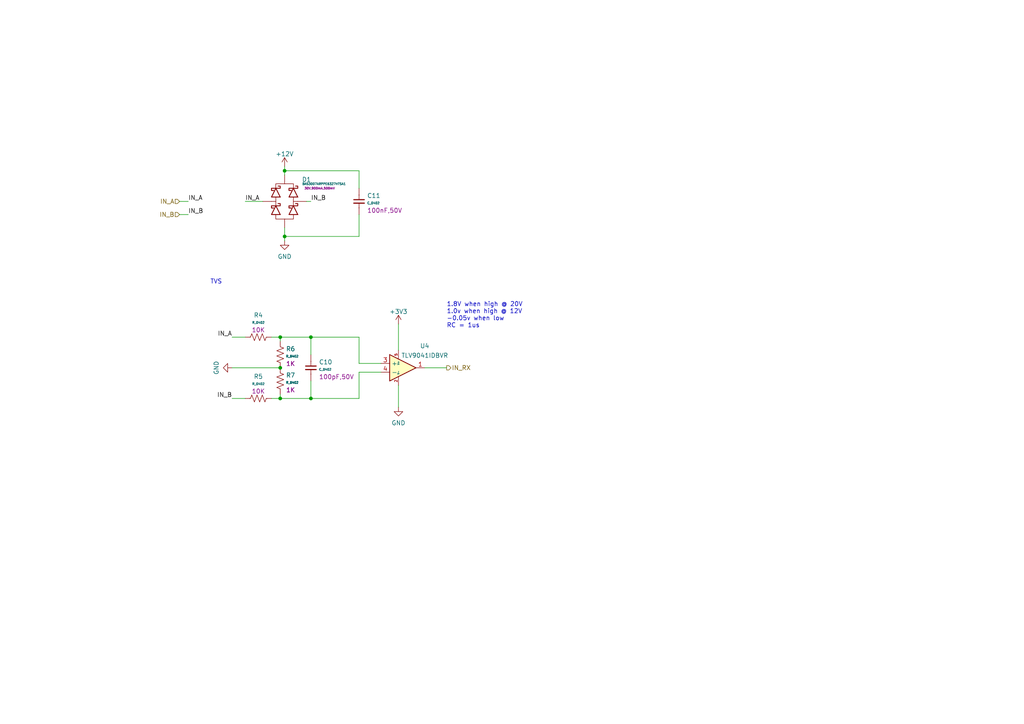
<source format=kicad_sch>
(kicad_sch (version 20211123) (generator eeschema)

  (uuid a39e800c-cb99-41d4-9ab5-bc6508a27fbf)

  (paper "A4")

  (lib_symbols
    (symbol "C_Capacitor:C_0402" (pin_numbers hide) (pin_names (offset 1.016)) (in_bom yes) (on_board yes)
      (property "Reference" "C" (id 0) (at 2.54 1.905 0)
        (effects (font (size 1.27 1.27)))
      )
      (property "Value" "C_0402" (id 1) (at 3.81 -1.905 0)
        (effects (font (size 0.635 0.635)))
      )
      (property "Footprint" "C_Capacitor:C_0402" (id 2) (at -3.175 0 90)
        (effects (font (size 1.27 1.27)) hide)
      )
      (property "Datasheet" "" (id 3) (at 2.54 1.905 0)
        (effects (font (size 1.27 1.27)) hide)
      )
      (property "Capacitance" "?nF,?V" (id 4) (at 5.715 0 0)
        (effects (font (size 1.27 1.27)))
      )
      (symbol "C_0402_1_1"
        (polyline
          (pts
            (xy -1.524 -0.508)
            (xy 1.524 -0.508)
          )
          (stroke (width 0.3302) (type default) (color 0 0 0 0))
          (fill (type none))
        )
        (polyline
          (pts
            (xy -1.524 0.508)
            (xy 1.524 0.508)
          )
          (stroke (width 0.3048) (type default) (color 0 0 0 0))
          (fill (type none))
        )
        (polyline
          (pts
            (xy 0 -1.905)
            (xy 0 -0.635)
          )
          (stroke (width 0) (type default) (color 0 0 0 0))
          (fill (type none))
        )
        (polyline
          (pts
            (xy 0 0.635)
            (xy 0 1.905)
          )
          (stroke (width 0) (type default) (color 0 0 0 0))
          (fill (type none))
        )
        (pin passive line (at 0 3.81 270) (length 2.032)
          (name "~" (effects (font (size 1.27 1.27))))
          (number "1" (effects (font (size 1.27 1.27))))
        )
        (pin passive line (at 0 -3.81 90) (length 2.032)
          (name "~" (effects (font (size 1.27 1.27))))
          (number "2" (effects (font (size 1.27 1.27))))
        )
      )
    )
    (symbol "D_Diode:BAS3007ARPPE6327HTSA1" (pin_numbers hide) (pin_names (offset 1.016) hide) (in_bom yes) (on_board yes)
      (property "Reference" "D" (id 0) (at 5.715 4.445 0)
        (effects (font (size 1.27 1.27)))
      )
      (property "Value" "BAS3007ARPPE6327HTSA1" (id 1) (at 10.795 -1.905 0)
        (effects (font (size 0.635 0.635)))
      )
      (property "Footprint" "U_IC:SOT23_4" (id 2) (at 10.795 -5.08 0)
        (effects (font (size 1.27 1.27)) hide)
      )
      (property "Datasheet" "" (id 3) (at 5.08 3.81 90)
        (effects (font (size 1.27 1.27)) hide)
      )
      (property "Params" "30V,900mA,500mV" (id 4) (at 8.89 -3.175 0)
        (effects (font (size 0.635 0.635)))
      )
      (property "ki_keywords" "DIODE BRIDGE RECT SCHOTTKY" (id 5) (at 0 0 0)
        (effects (font (size 1.27 1.27)) hide)
      )
      (property "ki_description" "BRIDGE RECT 1P 30V 900mA SOT143-4" (id 6) (at 0 0 0)
        (effects (font (size 1.27 1.27)) hide)
      )
      (symbol "BAS3007ARPPE6327HTSA1_0_1"
        (polyline
          (pts
            (xy -3.81 0)
            (xy -2.54 0)
          )
          (stroke (width 0.1524) (type default) (color 0 0 0 0))
          (fill (type none))
        )
        (polyline
          (pts
            (xy -2.54 1.27)
            (xy -2.54 -1.27)
          )
          (stroke (width 0.1524) (type default) (color 0 0 0 0))
          (fill (type none))
        )
        (polyline
          (pts
            (xy 2.54 0)
            (xy 3.81 0)
          )
          (stroke (width 0.1524) (type default) (color 0 0 0 0))
          (fill (type none))
        )
        (polyline
          (pts
            (xy 2.54 1.27)
            (xy 2.54 -1.27)
          )
          (stroke (width 0.1524) (type default) (color 0 0 0 0))
          (fill (type none))
        )
        (polyline
          (pts
            (xy -2.56 3.84)
            (xy -2.56 5.12)
            (xy 2.56 5.12)
            (xy 2.56 3.84)
          )
          (stroke (width 0.1524) (type default) (color 0 0 0 0))
          (fill (type none))
        )
        (polyline
          (pts
            (xy 2.56 -3.84)
            (xy 2.56 -5.12)
            (xy -2.56 -5.12)
            (xy -2.56 -3.84)
          )
          (stroke (width 0.1524) (type default) (color 0 0 0 0))
          (fill (type none))
        )
      )
      (symbol "BAS3007ARPPE6327HTSA1_1_1"
        (polyline
          (pts
            (xy -1.27 -3.81)
            (xy -3.81 -3.81)
            (xy -2.54 -1.27)
            (xy -1.27 -3.81)
          )
          (stroke (width 0.254) (type default) (color 0 0 0 0))
          (fill (type none))
        )
        (polyline
          (pts
            (xy -1.27 1.27)
            (xy -3.81 1.27)
            (xy -2.54 3.81)
            (xy -1.27 1.27)
          )
          (stroke (width 0.254) (type default) (color 0 0 0 0))
          (fill (type none))
        )
        (polyline
          (pts
            (xy 3.81 -3.81)
            (xy 1.27 -3.81)
            (xy 2.54 -1.27)
            (xy 3.81 -3.81)
          )
          (stroke (width 0.254) (type default) (color 0 0 0 0))
          (fill (type none))
        )
        (polyline
          (pts
            (xy 3.81 1.27)
            (xy 1.27 1.27)
            (xy 2.54 3.81)
            (xy 3.81 1.27)
          )
          (stroke (width 0.254) (type default) (color 0 0 0 0))
          (fill (type none))
        )
        (polyline
          (pts
            (xy -1.905 -0.635)
            (xy -1.27 -0.635)
            (xy -1.27 -1.27)
            (xy -3.81 -1.27)
            (xy -3.81 -1.905)
            (xy -3.175 -1.905)
          )
          (stroke (width 0.254) (type default) (color 0 0 0 0))
          (fill (type none))
        )
        (polyline
          (pts
            (xy -1.905 4.445)
            (xy -1.27 4.445)
            (xy -1.27 3.81)
            (xy -3.81 3.81)
            (xy -3.81 3.175)
            (xy -3.175 3.175)
          )
          (stroke (width 0.254) (type default) (color 0 0 0 0))
          (fill (type none))
        )
        (polyline
          (pts
            (xy 3.175 -0.635)
            (xy 3.81 -0.635)
            (xy 3.81 -1.27)
            (xy 1.27 -1.27)
            (xy 1.27 -1.905)
            (xy 1.905 -1.905)
          )
          (stroke (width 0.254) (type default) (color 0 0 0 0))
          (fill (type none))
        )
        (polyline
          (pts
            (xy 3.175 4.445)
            (xy 3.81 4.445)
            (xy 3.81 3.81)
            (xy 1.27 3.81)
            (xy 1.27 3.175)
            (xy 1.905 3.175)
          )
          (stroke (width 0.254) (type default) (color 0 0 0 0))
          (fill (type none))
        )
        (pin passive line (at 0 -7.62 90) (length 2.54)
          (name "-" (effects (font (size 1.27 1.27))))
          (number "1" (effects (font (size 1.27 1.27))))
        )
        (pin passive line (at -6.35 0 0) (length 2.54)
          (name "~" (effects (font (size 1.27 1.27))))
          (number "2" (effects (font (size 1.27 1.27))))
        )
        (pin passive line (at 6.35 0 180) (length 2.54)
          (name "~" (effects (font (size 1.27 1.27))))
          (number "3" (effects (font (size 1.27 1.27))))
        )
        (pin passive line (at 0 7.62 270) (length 2.54)
          (name "+" (effects (font (size 1.27 1.27))))
          (number "4" (effects (font (size 1.27 1.27))))
        )
      )
    )
    (symbol "R_Resistor:R_0402" (pin_numbers hide) (pin_names (offset 1.016)) (in_bom yes) (on_board yes)
      (property "Reference" "R" (id 0) (at 2.54 1.905 0)
        (effects (font (size 1.27 1.27)))
      )
      (property "Value" "R_0402" (id 1) (at 3.81 -1.905 0)
        (effects (font (size 0.635 0.635)))
      )
      (property "Footprint" "R_Resistor:R_0402" (id 2) (at -2.54 0 90)
        (effects (font (size 1.27 1.27)) hide)
      )
      (property "Datasheet" "" (id 3) (at 5.08 -3.81 0)
        (effects (font (size 1.27 1.27)) hide)
      )
      (property "Resistance" "?K" (id 4) (at 3.175 0 0)
        (effects (font (size 1.27 1.27)))
      )
      (symbol "R_0402_1_1"
        (polyline
          (pts
            (xy 0 -2.286)
            (xy 0 -2.54)
          )
          (stroke (width 0) (type default) (color 0 0 0 0))
          (fill (type none))
        )
        (polyline
          (pts
            (xy 0 2.286)
            (xy 0 2.54)
          )
          (stroke (width 0) (type default) (color 0 0 0 0))
          (fill (type none))
        )
        (polyline
          (pts
            (xy 0 -0.762)
            (xy 1.016 -1.143)
            (xy 0 -1.524)
            (xy -1.016 -1.905)
            (xy 0 -2.286)
          )
          (stroke (width 0) (type default) (color 0 0 0 0))
          (fill (type none))
        )
        (polyline
          (pts
            (xy 0 0.762)
            (xy 1.016 0.381)
            (xy 0 0)
            (xy -1.016 -0.381)
            (xy 0 -0.762)
          )
          (stroke (width 0) (type default) (color 0 0 0 0))
          (fill (type none))
        )
        (polyline
          (pts
            (xy 0 2.286)
            (xy 1.016 1.905)
            (xy 0 1.524)
            (xy -1.016 1.143)
            (xy 0 0.762)
          )
          (stroke (width 0) (type default) (color 0 0 0 0))
          (fill (type none))
        )
        (pin passive line (at 0 3.81 270) (length 1.27)
          (name "~" (effects (font (size 1.27 1.27))))
          (number "1" (effects (font (size 1.27 1.27))))
        )
        (pin passive line (at 0 -3.81 90) (length 1.27)
          (name "~" (effects (font (size 1.27 1.27))))
          (number "2" (effects (font (size 1.27 1.27))))
        )
      )
    )
    (symbol "U_Basic:TLV9041IDBVR" (in_bom yes) (on_board yes)
      (property "Reference" "U" (id 0) (at 5.08 6.35 0)
        (effects (font (size 1.27 1.27)))
      )
      (property "Value" "TLV9041IDBVR" (id 1) (at 11.43 3.81 0)
        (effects (font (size 1.27 1.27)))
      )
      (property "Footprint" "U_IC:SOT23_5" (id 2) (at -1.27 -15.24 0)
        (effects (font (size 1.27 1.27)) hide)
      )
      (property "Datasheet" "https://www.ti.com/lit/ds/symlink/tlv9041.pdf?ts=1642851306310" (id 3) (at 1.27 -17.78 0)
        (effects (font (size 1.27 1.27)) hide)
      )
      (property "ki_keywords" "IC INVERTER 1CH 1-INP SOT23-5" (id 4) (at 0 0 0)
        (effects (font (size 1.27 1.27)) hide)
      )
      (property "ki_description" "IC INVERTER 1CH 1-INP SOT23-5" (id 5) (at 0 0 0)
        (effects (font (size 1.27 1.27)) hide)
      )
      (symbol "TLV9041IDBVR_0_1"
        (polyline
          (pts
            (xy -2.54 3.81)
            (xy -2.54 -3.81)
            (xy 5.08 0)
            (xy -2.54 3.81)
          )
          (stroke (width 0.254) (type default) (color 0 0 0 0))
          (fill (type background))
        )
      )
      (symbol "TLV9041IDBVR_1_1"
        (pin output line (at 7.62 0 180) (length 2.54)
          (name "~" (effects (font (size 1.27 1.27))))
          (number "1" (effects (font (size 1.27 1.27))))
        )
        (pin power_in line (at 0 -5.08 90) (length 2.54)
          (name "V-" (effects (font (size 0.508 0.508))))
          (number "2" (effects (font (size 0.762 0.762))))
        )
        (pin input line (at -5.08 1.27 0) (length 2.54)
          (name "+" (effects (font (size 1.27 1.27))))
          (number "3" (effects (font (size 1.27 1.27))))
        )
        (pin input line (at -5.08 -1.27 0) (length 2.54)
          (name "-" (effects (font (size 1.27 1.27))))
          (number "4" (effects (font (size 1.27 1.27))))
        )
        (pin power_in line (at 0 5.08 270) (length 2.54)
          (name "V+" (effects (font (size 0.508 0.508))))
          (number "5" (effects (font (size 0.762 0.762))))
        )
      )
    )
    (symbol "power:+12V" (power) (pin_names (offset 0)) (in_bom yes) (on_board yes)
      (property "Reference" "#PWR" (id 0) (at 0 -3.81 0)
        (effects (font (size 1.27 1.27)) hide)
      )
      (property "Value" "+12V" (id 1) (at 0 3.556 0)
        (effects (font (size 1.27 1.27)))
      )
      (property "Footprint" "" (id 2) (at 0 0 0)
        (effects (font (size 1.27 1.27)) hide)
      )
      (property "Datasheet" "" (id 3) (at 0 0 0)
        (effects (font (size 1.27 1.27)) hide)
      )
      (property "ki_keywords" "power-flag" (id 4) (at 0 0 0)
        (effects (font (size 1.27 1.27)) hide)
      )
      (property "ki_description" "Power symbol creates a global label with name \"+12V\"" (id 5) (at 0 0 0)
        (effects (font (size 1.27 1.27)) hide)
      )
      (symbol "+12V_0_1"
        (polyline
          (pts
            (xy -0.762 1.27)
            (xy 0 2.54)
          )
          (stroke (width 0) (type default) (color 0 0 0 0))
          (fill (type none))
        )
        (polyline
          (pts
            (xy 0 0)
            (xy 0 2.54)
          )
          (stroke (width 0) (type default) (color 0 0 0 0))
          (fill (type none))
        )
        (polyline
          (pts
            (xy 0 2.54)
            (xy 0.762 1.27)
          )
          (stroke (width 0) (type default) (color 0 0 0 0))
          (fill (type none))
        )
      )
      (symbol "+12V_1_1"
        (pin power_in line (at 0 0 90) (length 0) hide
          (name "+12V" (effects (font (size 1.27 1.27))))
          (number "1" (effects (font (size 1.27 1.27))))
        )
      )
    )
    (symbol "power:+3V3" (power) (pin_names (offset 0)) (in_bom yes) (on_board yes)
      (property "Reference" "#PWR" (id 0) (at 0 -3.81 0)
        (effects (font (size 1.27 1.27)) hide)
      )
      (property "Value" "+3V3" (id 1) (at 0 3.556 0)
        (effects (font (size 1.27 1.27)))
      )
      (property "Footprint" "" (id 2) (at 0 0 0)
        (effects (font (size 1.27 1.27)) hide)
      )
      (property "Datasheet" "" (id 3) (at 0 0 0)
        (effects (font (size 1.27 1.27)) hide)
      )
      (property "ki_keywords" "power-flag" (id 4) (at 0 0 0)
        (effects (font (size 1.27 1.27)) hide)
      )
      (property "ki_description" "Power symbol creates a global label with name \"+3V3\"" (id 5) (at 0 0 0)
        (effects (font (size 1.27 1.27)) hide)
      )
      (symbol "+3V3_0_1"
        (polyline
          (pts
            (xy -0.762 1.27)
            (xy 0 2.54)
          )
          (stroke (width 0) (type default) (color 0 0 0 0))
          (fill (type none))
        )
        (polyline
          (pts
            (xy 0 0)
            (xy 0 2.54)
          )
          (stroke (width 0) (type default) (color 0 0 0 0))
          (fill (type none))
        )
        (polyline
          (pts
            (xy 0 2.54)
            (xy 0.762 1.27)
          )
          (stroke (width 0) (type default) (color 0 0 0 0))
          (fill (type none))
        )
      )
      (symbol "+3V3_1_1"
        (pin power_in line (at 0 0 90) (length 0) hide
          (name "+3V3" (effects (font (size 1.27 1.27))))
          (number "1" (effects (font (size 1.27 1.27))))
        )
      )
    )
    (symbol "power:GND" (power) (pin_names (offset 0)) (in_bom yes) (on_board yes)
      (property "Reference" "#PWR" (id 0) (at 0 -6.35 0)
        (effects (font (size 1.27 1.27)) hide)
      )
      (property "Value" "GND" (id 1) (at 0 -3.81 0)
        (effects (font (size 1.27 1.27)))
      )
      (property "Footprint" "" (id 2) (at 0 0 0)
        (effects (font (size 1.27 1.27)) hide)
      )
      (property "Datasheet" "" (id 3) (at 0 0 0)
        (effects (font (size 1.27 1.27)) hide)
      )
      (property "ki_keywords" "power-flag" (id 4) (at 0 0 0)
        (effects (font (size 1.27 1.27)) hide)
      )
      (property "ki_description" "Power symbol creates a global label with name \"GND\" , ground" (id 5) (at 0 0 0)
        (effects (font (size 1.27 1.27)) hide)
      )
      (symbol "GND_0_1"
        (polyline
          (pts
            (xy 0 0)
            (xy 0 -1.27)
            (xy 1.27 -1.27)
            (xy 0 -2.54)
            (xy -1.27 -1.27)
            (xy 0 -1.27)
          )
          (stroke (width 0) (type default) (color 0 0 0 0))
          (fill (type none))
        )
      )
      (symbol "GND_1_1"
        (pin power_in line (at 0 0 270) (length 0) hide
          (name "GND" (effects (font (size 1.27 1.27))))
          (number "1" (effects (font (size 1.27 1.27))))
        )
      )
    )
  )

  (junction (at 82.55 68.58) (diameter 0) (color 0 0 0 0)
    (uuid 0b22e351-31af-431d-be7f-29cf2ecd700d)
  )
  (junction (at 81.28 106.68) (diameter 0) (color 0 0 0 0)
    (uuid 2096fa08-97db-4124-8b78-57f3d3cf402c)
  )
  (junction (at 81.28 97.79) (diameter 0) (color 0 0 0 0)
    (uuid 40f15a6c-5bc4-45da-bbd0-e4af63c1d391)
  )
  (junction (at 81.28 115.57) (diameter 0) (color 0 0 0 0)
    (uuid 4b46d1ab-5daf-46bb-a1d0-4eb00f66e764)
  )
  (junction (at 82.55 49.53) (diameter 0) (color 0 0 0 0)
    (uuid b255ea7b-b206-43d8-b773-9dcafa0db1cb)
  )
  (junction (at 90.17 115.57) (diameter 0) (color 0 0 0 0)
    (uuid efd22284-a648-4762-9055-7d5ae4c931f4)
  )
  (junction (at 90.17 97.79) (diameter 0) (color 0 0 0 0)
    (uuid fca7f030-389b-4e6c-8268-e812b9afa38e)
  )

  (wire (pts (xy 88.9 58.42) (xy 90.17 58.42))
    (stroke (width 0) (type default) (color 0 0 0 0))
    (uuid 0440a512-44e2-4567-9f58-ac475344d23b)
  )
  (wire (pts (xy 129.54 106.68) (xy 123.19 106.68))
    (stroke (width 0) (type default) (color 0 0 0 0))
    (uuid 09dc39fa-e651-4ed3-bbf8-097236f46885)
  )
  (wire (pts (xy 81.28 97.79) (xy 78.74 97.79))
    (stroke (width 0) (type default) (color 0 0 0 0))
    (uuid 0fef0805-b054-424c-b249-c7d206d7c572)
  )
  (wire (pts (xy 104.14 97.79) (xy 104.14 105.41))
    (stroke (width 0) (type default) (color 0 0 0 0))
    (uuid 14af04ee-8dd6-42e7-9a64-3702dffa37e9)
  )
  (wire (pts (xy 90.17 115.57) (xy 104.14 115.57))
    (stroke (width 0) (type default) (color 0 0 0 0))
    (uuid 186185ef-37af-4929-8f16-95b948ff6b42)
  )
  (wire (pts (xy 104.14 115.57) (xy 104.14 107.95))
    (stroke (width 0) (type default) (color 0 0 0 0))
    (uuid 256c4e73-bcf8-4bde-afa7-47562f5aed17)
  )
  (wire (pts (xy 81.28 115.57) (xy 90.17 115.57))
    (stroke (width 0) (type default) (color 0 0 0 0))
    (uuid 33c288c0-45f8-4759-8ad5-bd9c06f98c8a)
  )
  (wire (pts (xy 82.55 49.53) (xy 82.55 50.8))
    (stroke (width 0) (type default) (color 0 0 0 0))
    (uuid 3d2aaeea-0fc6-47e6-bd07-84860312eef3)
  )
  (wire (pts (xy 67.31 115.57) (xy 71.12 115.57))
    (stroke (width 0) (type default) (color 0 0 0 0))
    (uuid 45625b00-7ed5-499b-873f-0703e3b79ab9)
  )
  (wire (pts (xy 82.55 48.26) (xy 82.55 49.53))
    (stroke (width 0) (type default) (color 0 0 0 0))
    (uuid 4c3acbbf-72d3-4de4-b2fc-d2f4c23c70e2)
  )
  (wire (pts (xy 104.14 105.41) (xy 110.49 105.41))
    (stroke (width 0) (type default) (color 0 0 0 0))
    (uuid 553d567b-1858-45f7-acb5-565e26363ec0)
  )
  (wire (pts (xy 82.55 68.58) (xy 104.14 68.58))
    (stroke (width 0) (type default) (color 0 0 0 0))
    (uuid 5664a1e0-1f98-4513-8595-1898283423fb)
  )
  (wire (pts (xy 52.07 62.23) (xy 54.61 62.23))
    (stroke (width 0) (type default) (color 0 0 0 0))
    (uuid 57a19829-75f6-40d2-860c-519377ee0bf1)
  )
  (wire (pts (xy 67.31 97.79) (xy 71.12 97.79))
    (stroke (width 0) (type default) (color 0 0 0 0))
    (uuid 6709c046-dffc-4212-b64d-c107f3750d52)
  )
  (wire (pts (xy 81.28 99.06) (xy 81.28 97.79))
    (stroke (width 0) (type default) (color 0 0 0 0))
    (uuid 6d944b33-b4a5-427a-8b46-5261b4c2944c)
  )
  (wire (pts (xy 71.12 58.42) (xy 76.2 58.42))
    (stroke (width 0) (type default) (color 0 0 0 0))
    (uuid 73074b77-19ac-419c-b140-b823b1b4fa59)
  )
  (wire (pts (xy 52.07 58.42) (xy 54.61 58.42))
    (stroke (width 0) (type default) (color 0 0 0 0))
    (uuid 7332c803-6035-4c92-a37c-1baa124c0a1f)
  )
  (wire (pts (xy 67.31 106.68) (xy 81.28 106.68))
    (stroke (width 0) (type default) (color 0 0 0 0))
    (uuid 7797e79e-b5fb-4805-a2d7-b37eb9431eb8)
  )
  (wire (pts (xy 81.28 115.57) (xy 81.28 114.3))
    (stroke (width 0) (type default) (color 0 0 0 0))
    (uuid 8704a366-220a-4890-a014-f208f5e3d575)
  )
  (wire (pts (xy 78.74 115.57) (xy 81.28 115.57))
    (stroke (width 0) (type default) (color 0 0 0 0))
    (uuid 88515de0-b1ba-4930-88da-c8fe4aedb5e2)
  )
  (wire (pts (xy 115.57 93.98) (xy 115.57 101.6))
    (stroke (width 0) (type default) (color 0 0 0 0))
    (uuid 9b0bd7ba-bbab-4882-a848-9cddf7708cab)
  )
  (wire (pts (xy 104.14 49.53) (xy 104.14 54.61))
    (stroke (width 0) (type default) (color 0 0 0 0))
    (uuid aa1ed932-26ee-4009-884d-a3a8efd5abe7)
  )
  (wire (pts (xy 82.55 66.04) (xy 82.55 68.58))
    (stroke (width 0) (type default) (color 0 0 0 0))
    (uuid ad43b10c-b0c5-4ee6-b4d7-5360b6c3b43e)
  )
  (wire (pts (xy 115.57 111.76) (xy 115.57 118.11))
    (stroke (width 0) (type default) (color 0 0 0 0))
    (uuid bd712a57-7ab9-48d5-90d2-a4ef330d69cc)
  )
  (wire (pts (xy 104.14 68.58) (xy 104.14 62.23))
    (stroke (width 0) (type default) (color 0 0 0 0))
    (uuid c0aa5cca-55e7-461f-a1d5-7572f8f4eb4a)
  )
  (wire (pts (xy 81.28 97.79) (xy 90.17 97.79))
    (stroke (width 0) (type default) (color 0 0 0 0))
    (uuid c0b942d6-75ad-43f5-bad1-629409e1ec77)
  )
  (wire (pts (xy 82.55 49.53) (xy 104.14 49.53))
    (stroke (width 0) (type default) (color 0 0 0 0))
    (uuid c0f48c7e-e7b5-49ca-9464-e6089a3351b9)
  )
  (wire (pts (xy 90.17 110.49) (xy 90.17 115.57))
    (stroke (width 0) (type default) (color 0 0 0 0))
    (uuid ce2eec04-c229-4e5d-ae38-6f928ab13cf0)
  )
  (wire (pts (xy 90.17 97.79) (xy 104.14 97.79))
    (stroke (width 0) (type default) (color 0 0 0 0))
    (uuid e9e7f69f-a284-4bcc-88d6-f26eebb68637)
  )
  (wire (pts (xy 104.14 107.95) (xy 110.49 107.95))
    (stroke (width 0) (type default) (color 0 0 0 0))
    (uuid ea1909c8-8766-4d75-8bf1-a60e6bf20faa)
  )
  (wire (pts (xy 90.17 97.79) (xy 90.17 102.87))
    (stroke (width 0) (type default) (color 0 0 0 0))
    (uuid ef337438-4246-4e0d-b59a-89514b7d8f19)
  )
  (wire (pts (xy 82.55 68.58) (xy 82.55 69.85))
    (stroke (width 0) (type default) (color 0 0 0 0))
    (uuid f6f33aa9-6d3d-45b9-8716-bd12225ca0e2)
  )

  (text "TVS" (at 60.96 82.55 0)
    (effects (font (size 1.27 1.27)) (justify left bottom))
    (uuid 6159ac80-8c81-48b7-b00e-937122b1773c)
  )
  (text "1.8V when high @ 20V\n1.0v when high @ 12V\n-0.05v when low\nRC = 1us\n"
    (at 129.54 95.25 0)
    (effects (font (size 1.27 1.27)) (justify left bottom))
    (uuid 8e0aa35b-2bf5-4db8-b5a7-e767f2526810)
  )

  (label "IN_A" (at 71.12 58.42 0)
    (effects (font (size 1.27 1.27)) (justify left bottom))
    (uuid 2be6efc2-8ef8-435a-b52a-851cf4413c0a)
  )
  (label "IN_A" (at 54.61 58.42 0)
    (effects (font (size 1.27 1.27)) (justify left bottom))
    (uuid 3a339d7a-f683-4d9e-b6dc-d54958c6ef84)
  )
  (label "IN_A" (at 67.31 97.79 180)
    (effects (font (size 1.27 1.27)) (justify right bottom))
    (uuid 50aeea27-5331-4079-a999-348e18664f80)
  )
  (label "IN_B" (at 90.17 58.42 0)
    (effects (font (size 1.27 1.27)) (justify left bottom))
    (uuid aa90411c-a720-41b0-8409-03192c436be9)
  )
  (label "IN_B" (at 67.31 115.57 180)
    (effects (font (size 1.27 1.27)) (justify right bottom))
    (uuid ba632e24-c96b-4b03-8d48-d702faa95fc0)
  )
  (label "IN_B" (at 54.61 62.23 0)
    (effects (font (size 1.27 1.27)) (justify left bottom))
    (uuid c4e8d170-89a5-47f5-b469-92b30f034f2a)
  )

  (hierarchical_label "IN_B" (shape input) (at 52.07 62.23 180)
    (effects (font (size 1.27 1.27)) (justify right))
    (uuid 241c6db9-717e-4ba3-a522-36aae193ae4d)
  )
  (hierarchical_label "IN_A" (shape input) (at 52.07 58.42 180)
    (effects (font (size 1.27 1.27)) (justify right))
    (uuid b8960850-95ad-4037-abc5-b0efe9dd5ed9)
  )
  (hierarchical_label "IN_RX" (shape output) (at 129.54 106.68 0)
    (effects (font (size 1.27 1.27)) (justify left))
    (uuid d0cdb67f-495b-4a6c-8655-1ba39f908ba0)
  )

  (symbol (lib_id "power:GND") (at 67.31 106.68 270) (unit 1)
    (in_bom yes) (on_board yes)
    (uuid 160fa1bf-95d4-40e0-9a37-315104155b63)
    (property "Reference" "#PWR021" (id 0) (at 60.96 106.68 0)
      (effects (font (size 1.27 1.27)) hide)
    )
    (property "Value" "GND" (id 1) (at 62.7475 106.68 0))
    (property "Footprint" "" (id 2) (at 67.31 106.68 0)
      (effects (font (size 1.27 1.27)) hide)
    )
    (property "Datasheet" "" (id 3) (at 67.31 106.68 0)
      (effects (font (size 1.27 1.27)) hide)
    )
    (pin "1" (uuid 8cf50361-4d47-423c-9486-a2affd7ed76a))
  )

  (symbol (lib_id "power:GND") (at 115.57 118.11 0) (unit 1)
    (in_bom yes) (on_board yes)
    (uuid 25c8ef28-a876-43e1-a453-9b8a12168994)
    (property "Reference" "#PWR025" (id 0) (at 115.57 124.46 0)
      (effects (font (size 1.27 1.27)) hide)
    )
    (property "Value" "GND" (id 1) (at 115.57 122.6725 0))
    (property "Footprint" "" (id 2) (at 115.57 118.11 0)
      (effects (font (size 1.27 1.27)) hide)
    )
    (property "Datasheet" "" (id 3) (at 115.57 118.11 0)
      (effects (font (size 1.27 1.27)) hide)
    )
    (pin "1" (uuid 3675b060-e1f0-4b9d-9a7d-341123fca54a))
  )

  (symbol (lib_id "R_Resistor:R_0402") (at 81.28 102.87 0) (unit 1)
    (in_bom yes) (on_board yes) (fields_autoplaced)
    (uuid 2dbb256b-3a5f-4cac-adba-18508763ab61)
    (property "Reference" "R6" (id 0) (at 82.931 101.2042 0)
      (effects (font (size 1.27 1.27)) (justify left))
    )
    (property "Value" "R_0402" (id 1) (at 82.931 103.3491 0)
      (effects (font (size 0.635 0.635)) (justify left))
    )
    (property "Footprint" "R_Resistor:R_0402" (id 2) (at 78.74 102.87 90)
      (effects (font (size 1.27 1.27)) hide)
    )
    (property "Datasheet" "" (id 3) (at 86.36 106.68 0)
      (effects (font (size 1.27 1.27)) hide)
    )
    (property "Resistance" "1K" (id 4) (at 82.931 105.4939 0)
      (effects (font (size 1.27 1.27)) (justify left))
    )
    (pin "1" (uuid 89f91923-9845-40f8-b417-102aa8d5f261))
    (pin "2" (uuid 083fa3a5-ab37-4f9e-b4bc-c242c160ec01))
  )

  (symbol (lib_id "R_Resistor:R_0402") (at 74.93 115.57 90) (unit 1)
    (in_bom yes) (on_board yes) (fields_autoplaced)
    (uuid 3569fb95-0384-499e-8296-606d77caad98)
    (property "Reference" "R5" (id 0) (at 74.93 109.1999 90))
    (property "Value" "R_0402" (id 1) (at 74.93 111.3448 90)
      (effects (font (size 0.635 0.635)))
    )
    (property "Footprint" "R_Resistor:R_0402" (id 2) (at 74.93 118.11 90)
      (effects (font (size 1.27 1.27)) hide)
    )
    (property "Datasheet" "" (id 3) (at 78.74 110.49 0)
      (effects (font (size 1.27 1.27)) hide)
    )
    (property "Resistance" "10K" (id 4) (at 74.93 113.4896 90))
    (pin "1" (uuid bd478c75-c2b3-4bf1-b21e-ccfe613ce5e9))
    (pin "2" (uuid 7cb06da3-219f-483e-8ae8-b6cd9107de95))
  )

  (symbol (lib_id "U_Basic:TLV9041IDBVR") (at 115.57 106.68 0) (unit 1)
    (in_bom yes) (on_board yes)
    (uuid 6e1f3d29-6828-4942-8b69-73a39fd30a05)
    (property "Reference" "U4" (id 0) (at 123.19 100.33 0))
    (property "Value" "TLV9041IDBVR" (id 1) (at 123.19 103.1051 0))
    (property "Footprint" "U_IC:SOT23_5" (id 2) (at 114.3 121.92 0)
      (effects (font (size 1.27 1.27)) hide)
    )
    (property "Datasheet" "https://www.ti.com/lit/ds/symlink/tlv9041.pdf?ts=1642851306310" (id 3) (at 116.84 124.46 0)
      (effects (font (size 1.27 1.27)) hide)
    )
    (pin "1" (uuid 9fb3a921-ebf7-4216-a28e-5c2a3bbbd5b8))
    (pin "2" (uuid 43960028-6881-48bb-8713-f68654c10ba4))
    (pin "3" (uuid dc8ba411-1740-43be-9013-2b020b96b17e))
    (pin "4" (uuid d60d7886-8f7d-44d0-a192-f402eab588d4))
    (pin "5" (uuid d8ee4df7-3d88-4e9d-91ff-722f2d657314))
  )

  (symbol (lib_id "C_Capacitor:C_0402") (at 90.17 106.68 0) (unit 1)
    (in_bom yes) (on_board yes) (fields_autoplaced)
    (uuid 9649a60f-267e-4713-b852-6fe8cae44bed)
    (property "Reference" "C10" (id 0) (at 92.4941 105.0142 0)
      (effects (font (size 1.27 1.27)) (justify left))
    )
    (property "Value" "C_0402" (id 1) (at 92.4941 107.1591 0)
      (effects (font (size 0.635 0.635)) (justify left))
    )
    (property "Footprint" "C_Capacitor:C_0402" (id 2) (at 86.995 106.68 90)
      (effects (font (size 1.27 1.27)) hide)
    )
    (property "Datasheet" "" (id 3) (at 92.71 104.775 0)
      (effects (font (size 1.27 1.27)) hide)
    )
    (property "Capacitance" "100pF,50V" (id 4) (at 92.4941 109.3039 0)
      (effects (font (size 1.27 1.27)) (justify left))
    )
    (pin "1" (uuid aa0625dd-e0f9-4261-8fc9-20025f800245))
    (pin "2" (uuid 63f0cee4-0938-476a-b771-2969bd8c7abf))
  )

  (symbol (lib_id "D_Diode:BAS3007ARPPE6327HTSA1") (at 82.55 58.42 0) (unit 1)
    (in_bom yes) (on_board yes)
    (uuid d72dfd7d-3edb-4d12-8c8f-fae06686d29e)
    (property "Reference" "D1" (id 0) (at 88.9 52.07 0))
    (property "Value" "BAS3007ARPPE6327HTSA1" (id 1) (at 93.98 53.34 0)
      (effects (font (size 0.635 0.635)))
    )
    (property "Footprint" "U_IC:SOT23_4" (id 2) (at 93.345 63.5 0)
      (effects (font (size 1.27 1.27)) hide)
    )
    (property "Datasheet" "" (id 3) (at 87.63 54.61 90)
      (effects (font (size 1.27 1.27)) hide)
    )
    (property "Params" "30V,900mA,500mV" (id 4) (at 92.71 54.61 0)
      (effects (font (size 0.635 0.635)))
    )
    (pin "1" (uuid 5016af66-7629-49fd-9f5a-b4f83548e988))
    (pin "2" (uuid aad88551-78ce-44de-a531-15c7a09f0c21))
    (pin "3" (uuid 2caa3323-a73b-472c-8d0d-1b7537b516d3))
    (pin "4" (uuid ded7679d-3159-4f4e-8f3c-d1f10272fd28))
  )

  (symbol (lib_id "R_Resistor:R_0402") (at 81.28 110.49 0) (unit 1)
    (in_bom yes) (on_board yes) (fields_autoplaced)
    (uuid d81ed52c-1827-4bc0-b996-875a4a8f8971)
    (property "Reference" "R7" (id 0) (at 82.931 108.8242 0)
      (effects (font (size 1.27 1.27)) (justify left))
    )
    (property "Value" "R_0402" (id 1) (at 82.931 110.9691 0)
      (effects (font (size 0.635 0.635)) (justify left))
    )
    (property "Footprint" "R_Resistor:R_0402" (id 2) (at 78.74 110.49 90)
      (effects (font (size 1.27 1.27)) hide)
    )
    (property "Datasheet" "" (id 3) (at 86.36 114.3 0)
      (effects (font (size 1.27 1.27)) hide)
    )
    (property "Resistance" "1K" (id 4) (at 82.931 113.1139 0)
      (effects (font (size 1.27 1.27)) (justify left))
    )
    (pin "1" (uuid 56d479a8-cb88-4603-9313-cd26aa60bdb6))
    (pin "2" (uuid 2cd7eb0e-0a8d-4d8c-99c7-ab71e5b6b5d0))
  )

  (symbol (lib_id "power:+12V") (at 82.55 48.26 0) (unit 1)
    (in_bom yes) (on_board yes) (fields_autoplaced)
    (uuid d982aedd-2fa4-4c75-b13e-a1d0fdf14d42)
    (property "Reference" "#PWR022" (id 0) (at 82.55 52.07 0)
      (effects (font (size 1.27 1.27)) hide)
    )
    (property "Value" "+12V" (id 1) (at 82.55 44.6555 0))
    (property "Footprint" "" (id 2) (at 82.55 48.26 0)
      (effects (font (size 1.27 1.27)) hide)
    )
    (property "Datasheet" "" (id 3) (at 82.55 48.26 0)
      (effects (font (size 1.27 1.27)) hide)
    )
    (pin "1" (uuid 5f05c0f9-977d-4941-a7e6-16d2f3e68749))
  )

  (symbol (lib_id "R_Resistor:R_0402") (at 74.93 97.79 90) (unit 1)
    (in_bom yes) (on_board yes) (fields_autoplaced)
    (uuid dc930faf-9ea5-4432-9421-b755c42807f9)
    (property "Reference" "R4" (id 0) (at 74.93 91.4199 90))
    (property "Value" "R_0402" (id 1) (at 74.93 93.5648 90)
      (effects (font (size 0.635 0.635)))
    )
    (property "Footprint" "R_Resistor:R_0402" (id 2) (at 74.93 100.33 90)
      (effects (font (size 1.27 1.27)) hide)
    )
    (property "Datasheet" "" (id 3) (at 78.74 92.71 0)
      (effects (font (size 1.27 1.27)) hide)
    )
    (property "Resistance" "10K" (id 4) (at 74.93 95.7096 90))
    (pin "1" (uuid e8a0c8f6-d61d-43c7-af01-57b171d186ba))
    (pin "2" (uuid e5e61a8f-95e1-43f4-b8db-77f600c1d5a5))
  )

  (symbol (lib_id "C_Capacitor:C_0402") (at 104.14 58.42 0) (unit 1)
    (in_bom yes) (on_board yes) (fields_autoplaced)
    (uuid e7ecfe48-51d2-44c5-894b-bc1a953fb11b)
    (property "Reference" "C11" (id 0) (at 106.4641 56.7542 0)
      (effects (font (size 1.27 1.27)) (justify left))
    )
    (property "Value" "C_0402" (id 1) (at 106.4641 58.8991 0)
      (effects (font (size 0.635 0.635)) (justify left))
    )
    (property "Footprint" "C_Capacitor:C_0402" (id 2) (at 100.965 58.42 90)
      (effects (font (size 1.27 1.27)) hide)
    )
    (property "Datasheet" "" (id 3) (at 106.68 56.515 0)
      (effects (font (size 1.27 1.27)) hide)
    )
    (property "Capacitance" "100nF,50V" (id 4) (at 106.4641 61.0439 0)
      (effects (font (size 1.27 1.27)) (justify left))
    )
    (pin "1" (uuid 2eef366c-07e0-41f3-a6e9-65978ddcf5f3))
    (pin "2" (uuid 4f1a96b9-5701-493e-a720-f8207892b3a9))
  )

  (symbol (lib_id "power:+3V3") (at 115.57 93.98 0) (unit 1)
    (in_bom yes) (on_board yes) (fields_autoplaced)
    (uuid f0122f77-23b2-4b40-b15a-135dbe9a80cf)
    (property "Reference" "#PWR024" (id 0) (at 115.57 97.79 0)
      (effects (font (size 1.27 1.27)) hide)
    )
    (property "Value" "+3V3" (id 1) (at 115.57 90.3755 0))
    (property "Footprint" "" (id 2) (at 115.57 93.98 0)
      (effects (font (size 1.27 1.27)) hide)
    )
    (property "Datasheet" "" (id 3) (at 115.57 93.98 0)
      (effects (font (size 1.27 1.27)) hide)
    )
    (pin "1" (uuid 426d66be-8f8d-43ce-9d07-ba3621857369))
  )

  (symbol (lib_id "power:GND") (at 82.55 69.85 0) (unit 1)
    (in_bom yes) (on_board yes)
    (uuid f67b0151-2d28-4f6c-8810-74376d6e3c69)
    (property "Reference" "#PWR023" (id 0) (at 82.55 76.2 0)
      (effects (font (size 1.27 1.27)) hide)
    )
    (property "Value" "GND" (id 1) (at 82.55 74.4125 0))
    (property "Footprint" "" (id 2) (at 82.55 69.85 0)
      (effects (font (size 1.27 1.27)) hide)
    )
    (property "Datasheet" "" (id 3) (at 82.55 69.85 0)
      (effects (font (size 1.27 1.27)) hide)
    )
    (pin "1" (uuid 8df458e1-cca3-41c6-bcdc-6da011e92d69))
  )
)

</source>
